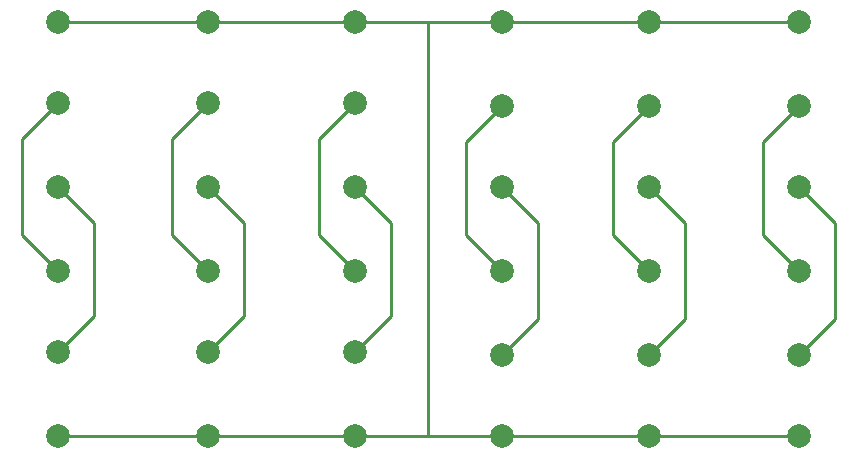
<source format=gbr>
%TF.GenerationSoftware,KiCad,Pcbnew,(5.1.6)-1*%
%TF.CreationDate,2020-07-06T13:09:21-04:00*%
%TF.ProjectId,HVPatchBoardCommonGround,48565061-7463-4684-926f-617264436f6d,rev?*%
%TF.SameCoordinates,Original*%
%TF.FileFunction,Copper,L1,Top*%
%TF.FilePolarity,Positive*%
%FSLAX46Y46*%
G04 Gerber Fmt 4.6, Leading zero omitted, Abs format (unit mm)*
G04 Created by KiCad (PCBNEW (5.1.6)-1) date 2020-07-06 13:09:21*
%MOMM*%
%LPD*%
G01*
G04 APERTURE LIST*
%TA.AperFunction,ComponentPad*%
%ADD10C,2.000000*%
%TD*%
%TA.AperFunction,Conductor*%
%ADD11C,0.250000*%
%TD*%
G04 APERTURE END LIST*
D10*
%TO.P,J4,1*%
%TO.N,Net-(J2-Pad1)*%
X122174000Y-66802000D03*
%TD*%
%TO.P,J3,1*%
%TO.N,Net-(J3-Pad1)*%
X122174000Y-73914000D03*
%TD*%
%TO.P,J5,1*%
%TO.N,Net-(J3-Pad1)*%
X122174000Y-59944000D03*
%TD*%
%TO.P,J6,1*%
%TO.N,Net-(J1-Pad1)*%
X122174000Y-52832000D03*
%TD*%
%TO.P,J1,1*%
%TO.N,Net-(J1-Pad1)*%
X122174000Y-87884000D03*
%TD*%
%TO.P,J2,1*%
%TO.N,Net-(J2-Pad1)*%
X122174000Y-81026000D03*
%TD*%
%TO.P,J4,1*%
%TO.N,Net-(J2-Pad1)*%
X97028000Y-66802000D03*
%TD*%
%TO.P,J4,1*%
%TO.N,Net-(J2-Pad1)*%
X109474000Y-66802000D03*
%TD*%
%TO.P,J3,1*%
%TO.N,Net-(J3-Pad1)*%
X109474000Y-73914000D03*
%TD*%
%TO.P,J6,1*%
%TO.N,Net-(J1-Pad1)*%
X109474000Y-52832000D03*
%TD*%
%TO.P,J1,1*%
%TO.N,Net-(J1-Pad1)*%
X109474000Y-87884000D03*
%TD*%
%TO.P,J1,1*%
%TO.N,Net-(J1-Pad1)*%
X97028000Y-87884000D03*
%TD*%
%TO.P,J2,1*%
%TO.N,Net-(J2-Pad1)*%
X109474000Y-81026000D03*
%TD*%
%TO.P,J5,1*%
%TO.N,Net-(J3-Pad1)*%
X109474000Y-59944000D03*
%TD*%
%TO.P,J5,1*%
%TO.N,Net-(J3-Pad1)*%
X97028000Y-59944000D03*
%TD*%
%TO.P,J2,1*%
%TO.N,Net-(J2-Pad1)*%
X97028000Y-81026000D03*
%TD*%
%TO.P,J6,1*%
%TO.N,Net-(J1-Pad1)*%
X97028000Y-52832000D03*
%TD*%
%TO.P,J3,1*%
%TO.N,Net-(J3-Pad1)*%
X97028000Y-73914000D03*
%TD*%
%TO.P,J4,1*%
%TO.N,Net-(J2-Pad1)*%
X84582000Y-73914000D03*
%TD*%
%TO.P,J4,1*%
%TO.N,Net-(J2-Pad1)*%
X72136000Y-73914000D03*
%TD*%
%TO.P,J3,1*%
%TO.N,Net-(J3-Pad1)*%
X84582000Y-66802000D03*
%TD*%
%TO.P,J3,1*%
%TO.N,Net-(J3-Pad1)*%
X72136000Y-66802000D03*
%TD*%
%TO.P,J5,1*%
%TO.N,Net-(J3-Pad1)*%
X84582000Y-80772000D03*
%TD*%
%TO.P,J5,1*%
%TO.N,Net-(J3-Pad1)*%
X72136000Y-80772000D03*
%TD*%
%TO.P,J6,1*%
%TO.N,Net-(J1-Pad1)*%
X84582000Y-87884000D03*
%TD*%
%TO.P,J6,1*%
%TO.N,Net-(J1-Pad1)*%
X72136000Y-87884000D03*
%TD*%
%TO.P,J1,1*%
%TO.N,Net-(J1-Pad1)*%
X84582000Y-52832000D03*
%TD*%
%TO.P,J1,1*%
%TO.N,Net-(J1-Pad1)*%
X72136000Y-52832000D03*
%TD*%
%TO.P,J2,1*%
%TO.N,Net-(J2-Pad1)*%
X84582000Y-59690000D03*
%TD*%
%TO.P,J2,1*%
%TO.N,Net-(J2-Pad1)*%
X72136000Y-59690000D03*
%TD*%
%TO.P,J6,1*%
%TO.N,Net-(J1-Pad1)*%
X59436000Y-87884000D03*
%TD*%
%TO.P,J5,1*%
%TO.N,Net-(J3-Pad1)*%
X59436000Y-80772000D03*
%TD*%
%TO.P,J4,1*%
%TO.N,Net-(J2-Pad1)*%
X59436000Y-73914000D03*
%TD*%
%TO.P,J3,1*%
%TO.N,Net-(J3-Pad1)*%
X59436000Y-66802000D03*
%TD*%
%TO.P,J2,1*%
%TO.N,Net-(J2-Pad1)*%
X59436000Y-59690000D03*
%TD*%
%TO.P,J1,1*%
%TO.N,Net-(J1-Pad1)*%
X59436000Y-52832000D03*
%TD*%
D11*
%TO.N,Net-(J1-Pad1)*%
X59436000Y-52832000D02*
X72136000Y-52832000D01*
X72136000Y-52832000D02*
X84582000Y-52832000D01*
X97028000Y-52832000D02*
X109474000Y-52832000D01*
X109474000Y-52832000D02*
X122174000Y-52832000D01*
X59436000Y-87884000D02*
X72136000Y-87884000D01*
X72136000Y-87884000D02*
X84582000Y-87884000D01*
X97028000Y-87884000D02*
X109474000Y-87884000D01*
X109474000Y-87884000D02*
X122174000Y-87884000D01*
X90805000Y-52832000D02*
X97028000Y-52832000D01*
X90805000Y-87884000D02*
X97028000Y-87884000D01*
X84582000Y-52832000D02*
X90805000Y-52832000D01*
X90805000Y-52832000D02*
X90805000Y-87884000D01*
X84582000Y-87884000D02*
X90805000Y-87884000D01*
%TO.N,Net-(J2-Pad1)*%
X56388000Y-70866000D02*
X59436000Y-73914000D01*
X59436000Y-59690000D02*
X56388000Y-62738000D01*
X56388000Y-62738000D02*
X56388000Y-70866000D01*
X72136000Y-59690000D02*
X69088000Y-62738000D01*
X84582000Y-59690000D02*
X81534000Y-62738000D01*
X69088000Y-70866000D02*
X72136000Y-73914000D01*
X81534000Y-70866000D02*
X84582000Y-73914000D01*
X69088000Y-62738000D02*
X69088000Y-70866000D01*
X81534000Y-62738000D02*
X81534000Y-70866000D01*
X122174000Y-81026000D02*
X125222000Y-77978000D01*
X125222000Y-69850000D02*
X122174000Y-66802000D01*
X125222000Y-77978000D02*
X125222000Y-69850000D01*
X109474000Y-81026000D02*
X112522000Y-77978000D01*
X100076000Y-69850000D02*
X97028000Y-66802000D01*
X112522000Y-77978000D02*
X112522000Y-69850000D01*
X112522000Y-69850000D02*
X109474000Y-66802000D01*
X100076000Y-77978000D02*
X100076000Y-69850000D01*
X97028000Y-81026000D02*
X100076000Y-77978000D01*
%TO.N,Net-(J3-Pad1)*%
X62484000Y-69850000D02*
X59436000Y-66802000D01*
X59436000Y-80772000D02*
X62484000Y-77724000D01*
X62484000Y-77724000D02*
X62484000Y-69850000D01*
X75184000Y-69850000D02*
X72136000Y-66802000D01*
X87630000Y-69850000D02*
X84582000Y-66802000D01*
X72136000Y-80772000D02*
X75184000Y-77724000D01*
X84582000Y-80772000D02*
X87630000Y-77724000D01*
X75184000Y-77724000D02*
X75184000Y-69850000D01*
X87630000Y-77724000D02*
X87630000Y-69850000D01*
X119126000Y-70866000D02*
X122174000Y-73914000D01*
X122174000Y-59944000D02*
X119126000Y-62992000D01*
X119126000Y-62992000D02*
X119126000Y-70866000D01*
X97028000Y-59944000D02*
X93980000Y-62992000D01*
X106426000Y-62992000D02*
X106426000Y-70866000D01*
X106426000Y-70866000D02*
X109474000Y-73914000D01*
X93980000Y-62992000D02*
X93980000Y-70866000D01*
X93980000Y-70866000D02*
X97028000Y-73914000D01*
X109474000Y-59944000D02*
X106426000Y-62992000D01*
%TD*%
M02*

</source>
